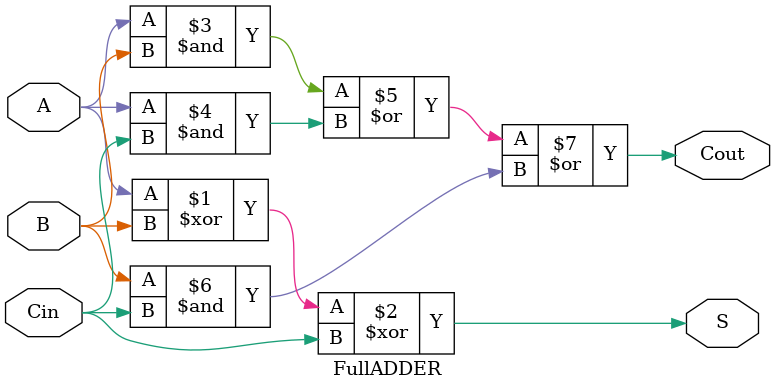
<source format=v>
`timescale 1ns / 1ps
/*******************************************************************
*
* Module: module_FullADDER.v
* Project: Archetchture_project
* Author: Mariam Abulela     900141674
          Nada Badawy        900171975
          Mohamed Al-Awadly  900163100
* Description: this module adds two single bits and gets the sum and the carry 
*
* Change history: 24/09/19  creat the module
* 28/10/19  Edit the module 
*
**********************************************************************/

module FullADDER(input A, input B, input Cin, output S, output Cout);
assign S= A^B^Cin ;
assign Cout = A & B | A & Cin | B& Cin ;
endmodule

</source>
